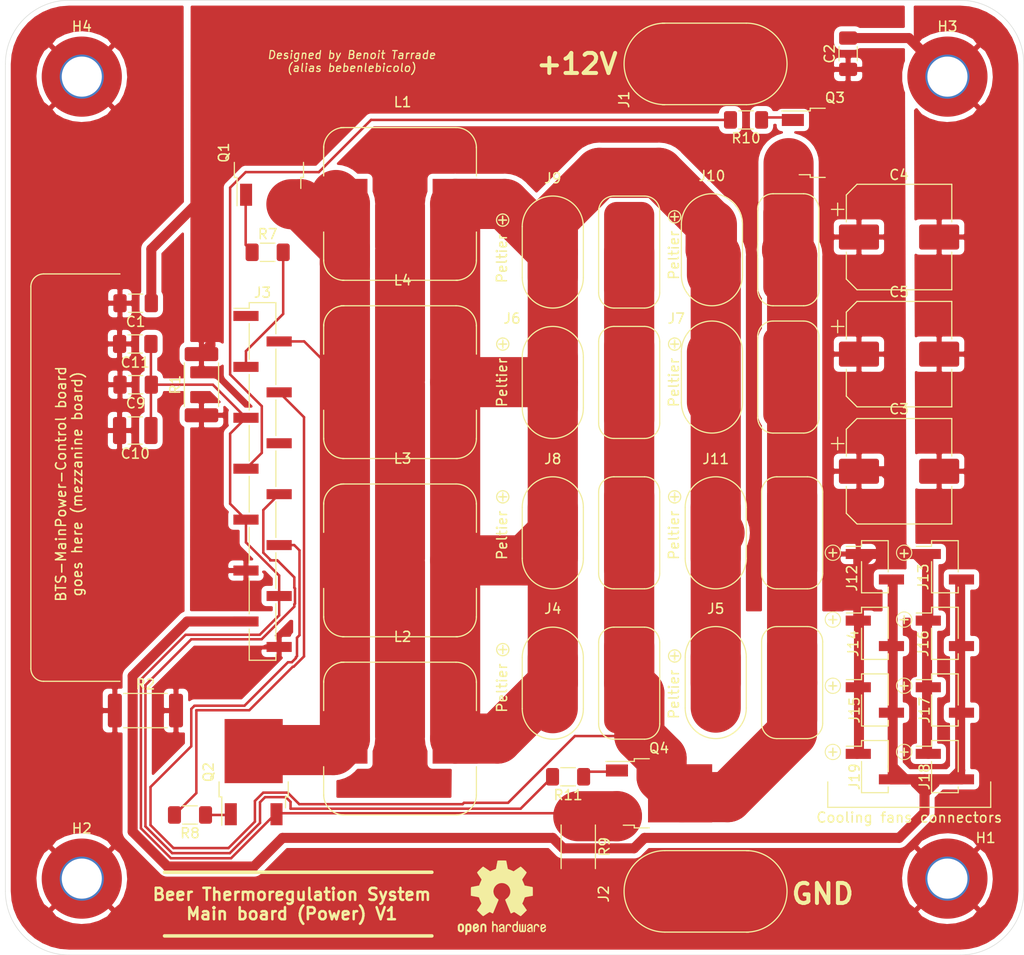
<source format=kicad_pcb>
(kicad_pcb (version 20211014) (generator pcbnew)
  (layers (0 "F.Cu" signal) (31 "B.Cu" signal) (35 "F.Paste" user) (37 "F.SilkS" user "F.Silkscreen") (38 "B.Mask" user) (39 "F.Mask" user) (44 "Edge.Cuts" user))
  (net 0 "")
  (net 1 "GND")
  (net 2 "+12V")
  (net 3 "/ALS")
  (net 4 "/PeltierLeft")
  (net 5 "/AHO")
  (net 6 "/ALO")
  (net 7 "/BHO")
  (net 8 "/BLO")
  (net 9 "/BHS")
  (net 10 "/AHS")
  (net 11 "Net-(Q1-Pad1)")
  (net 12 "Net-(Q2-Pad1)")
  (net 13 "Net-(Q3-Pad1)")
  (net 14 "Net-(Q4-Pad1)")
  (net 15 "/FanDrive")
  (footprint "Capacitor_SMD:C_1206_3216Metric_Pad1.33x1.80mm_HandSolder" (layer "F.Cu") (at 242.824 44.704 90)
    (fp_text reference "C2" (at 0 -1.85 90) (layer "F.SilkS"))
    (fp_text value "100nF")
    (pad "1" smd roundrect locked (at -1.5625 0 90) (size 1.325 1.8) (layers "F.Cu" "F.Paste" "F.Mask") (roundrect_rratio 0.1886769811) (net 2 "+12V"))
    (pad "2" smd roundrect locked (at 1.5625 0 90) (size 1.325 1.8) (layers "F.Cu" "F.Paste" "F.Mask") (roundrect_rratio 0.1886769811) (net 1 "GND"))
  )
  (footprint "BTS-MainBoard-Power:Power_Solder_Pad_7x15mm" (layer "F.Cu") (at 224.282 45.72 90)
    (fp_text reference "J1" (at -3.556 -3.81 90) (layer "F.SilkS"))
    (fp_text value "+12VIn")
    (pad "1" smd oval locked (at 0 4.318 90) (size 7 15) (layers "F.Cu" "F.Paste" "F.Mask") (net 2 "+12V"))
  )
  (footprint "BTS-MainBoard-Power:Power_Solder_Pad_5x10mm_02" (layer "F.Cu") (at 213.36 105.214)
    (fp_text reference "J4" (at 0 -5.138) (layer "F.SilkS"))
    (fp_text value "Conn_01x02")
    (pad "1" smd oval locked (at 0 2.286) (size 5 10) (layers "F.Cu" "F.Paste" "F.Mask") (net 4 "/PeltierLeft"))
    (pad "2" smd roundrect locked (at 7.62 2.286) (size 5 10) (layers "F.Cu" "F.Paste" "F.Mask") (net 9 "/BHS"))
  )
  (footprint "BTS-MainBoard-Power:Power_Solder_Pad_5x10mm_02" (layer "F.Cu") (at 229.616 105.156)
    (fp_text reference "J5" (at 0 -5.08) (layer "F.SilkS"))
    (fp_text value "Conn_01x02")
    (pad "1" smd oval locked (at 0 2.286) (size 5 10) (layers "F.Cu" "F.Paste" "F.Mask") (net 4 "/PeltierLeft"))
    (pad "2" smd roundrect locked (at 7.62 2.286) (size 5 10) (layers "F.Cu" "F.Paste" "F.Mask") (net 9 "/BHS"))
  )
  (footprint "BTS-MainBoard-Power:Power_Solder_Pad_5x10mm_02" (layer "F.Cu") (at 213.36 75.214)
    (fp_text reference "J6" (at -4.064 -4.094) (layer "F.SilkS"))
    (fp_text value "Conn_01x02")
    (pad "1" smd oval locked (at 0 2.286) (size 5 10) (layers "F.Cu" "F.Paste" "F.Mask") (net 4 "/PeltierLeft"))
    (pad "2" smd roundrect locked (at 7.62 2.286) (size 5 10) (layers "F.Cu" "F.Paste" "F.Mask") (net 9 "/BHS"))
  )
  (footprint "BTS-MainBoard-Power:Power_Solder_Pad_5x10mm_02" (layer "F.Cu") (at 229.235 74.676)
    (fp_text reference "J7" (at -3.556 -3.556) (layer "F.SilkS"))
    (fp_text value "Conn_01x02")
    (pad "1" smd oval locked (at 0 2.286) (size 5 10) (layers "F.Cu" "F.Paste" "F.Mask") (net 4 "/PeltierLeft"))
    (pad "2" smd roundrect locked (at 7.62 2.286) (size 5 10) (layers "F.Cu" "F.Paste" "F.Mask") (net 9 "/BHS"))
  )
  (footprint "BTS-MainBoard-Power:Power_Solder_Pad_5x10mm_02" (layer "F.Cu") (at 213.36 90.214)
    (fp_text reference "J8" (at 0 -5.08) (layer "F.SilkS"))
    (fp_text value "Conn_01x02")
    (pad "1" smd oval locked (at 0 2.286) (size 5 10) (layers "F.Cu" "F.Paste" "F.Mask") (net 4 "/PeltierLeft"))
    (pad "2" smd roundrect locked (at 7.62 2.286) (size 5 10) (layers "F.Cu" "F.Paste" "F.Mask") (net 9 "/BHS"))
  )
  (footprint "BTS-MainBoard-Power:Power_Solder_Pad_5x10mm_02" (layer "F.Cu") (at 213.36 62.204)
    (fp_text reference "J9" (at 0 -5.08) (layer "F.SilkS"))
    (fp_text value "Conn_01x02")
    (pad "1" smd oval locked (at 0 2.286) (size 5 10) (layers "F.Cu" "F.Paste" "F.Mask") (net 4 "/PeltierLeft"))
    (pad "2" smd roundrect locked (at 7.62 2.286) (size 5 10) (layers "F.Cu" "F.Paste" "F.Mask") (net 9 "/BHS"))
  )
  (footprint "BTS-MainBoard-Power:Power_Solder_Pad_5x10mm_02" (layer "F.Cu") (at 229.235 61.976)
    (fp_text reference "J10" (at 0 -5.08) (layer "F.SilkS"))
    (fp_text value "Conn_01x02")
    (pad "1" smd oval locked (at 0 2.286) (size 5 10) (layers "F.Cu" "F.Paste" "F.Mask") (net 4 "/PeltierLeft"))
    (pad "2" smd roundrect locked (at 7.62 2.286) (size 5 10) (layers "F.Cu" "F.Paste" "F.Mask") (net 9 "/BHS"))
  )
  (footprint "BTS-MainBoard-Power:Power_Solder_Pad_5x10mm_02" (layer "F.Cu") (at 229.616 90.214)
    (fp_text reference "J11" (at 0 -5.08) (layer "F.SilkS"))
    (fp_text value "Conn_01x02")
    (pad "1" smd oval locked (at 0 2.286) (size 5 10) (layers "F.Cu" "F.Paste" "F.Mask") (net 4 "/PeltierLeft"))
    (pad "2" smd roundrect locked (at 7.62 2.286) (size 5 10) (layers "F.Cu" "F.Paste" "F.Mask") (net 9 "/BHS"))
  )
  (footprint "BTS-MainBoard-Power:L_Bourns_SRP1270" (layer "F.Cu") (at 198.12 59.69)
    (fp_text reference "L1" (at 0.254 -10.16) (layer "F.SilkS"))
    (fp_text value "SRP1270-100M")
    (pad "1" smd rect locked (at -5.5 0) (size 4.5 5) (layers "F.Cu" "F.Paste" "F.Mask") (net 10 "/AHS"))
    (pad "2" smd rect locked (at 5.5 0) (size 4.5 5) (layers "F.Cu" "F.Paste" "F.Mask") (net 4 "/PeltierLeft"))
  )
  (footprint "BTS-MainBoard-Power:L_Bourns_SRP1270" (layer "F.Cu") (at 198.12 95.25)
    (fp_text reference "L3" (at 0.254 -10.16) (layer "F.SilkS"))
    (fp_text value "SRP1270-100M")
    (pad "1" smd rect locked (at -5.5 0) (size 4.5 5) (layers "F.Cu" "F.Paste" "F.Mask") (net 10 "/AHS"))
    (pad "2" smd rect locked (at 5.5 0) (size 4.5 5) (layers "F.Cu" "F.Paste" "F.Mask") (net 4 "/PeltierLeft"))
  )
  (footprint "BTS-MainBoard-Power:L_Bourns_SRP1270" (layer "F.Cu") (at 198.12 77.47)
    (fp_text reference "L4" (at 0.254 -10.16) (layer "F.SilkS"))
    (fp_text value "SRP1270-100M")
    (pad "1" smd rect locked (at -5.5 0) (size 4.5 5) (layers "F.Cu" "F.Paste" "F.Mask") (net 10 "/AHS"))
    (pad "2" smd rect locked (at 5.5 0) (size 4.5 5) (layers "F.Cu" "F.Paste" "F.Mask") (net 4 "/PeltierLeft"))
  )
  (footprint "Resistor_SMD:R_1206_3216Metric_Pad1.30x1.75mm_HandSolder" (layer "F.Cu") (at 177.165 120.65 180)
    (fp_text reference "R8" (at 0 -1.82) (layer "F.SilkS"))
    (fp_text value "3.3")
    (pad "1" smd roundrect locked (at -1.55 0 180) (size 1.3 1.75) (layers "F.Cu" "F.Paste" "F.Mask") (roundrect_rratio 0.1923069231) (net 12 "Net-(Q2-Pad1)"))
    (pad "2" smd roundrect locked (at 1.55 0 180) (size 1.3 1.75) (layers "F.Cu" "F.Paste" "F.Mask") (roundrect_rratio 0.1923069231) (net 6 "/ALO"))
  )
  (footprint "Resistor_SMD:R_2512_6332Metric_Pad1.40x3.35mm_HandSolder" (layer "F.Cu") (at 215.9 123.825 -90)
    (fp_text reference "R9" (at 0 -2.62 90) (layer "F.SilkS"))
    (fp_text value "0.01")
    (pad "1" smd roundrect locked (at -3.05 0 270) (size 1.4 3.35) (layers "F.Cu" "F.Paste" "F.Mask") (roundrect_rratio 0.1785707143) (net 3 "/ALS"))
    (pad "2" smd roundrect locked (at 3.05 0 270) (size 1.4 3.35) (layers "F.Cu" "F.Paste" "F.Mask") (roundrect_rratio 0.179) (net 1 "GND"))
  )
  (footprint "Resistor_SMD:R_2512_6332Metric_Pad1.40x3.35mm_HandSolder" (layer "F.Cu") (at 178.308 77.724 90)
    (fp_text reference "R1" (at 0 -2.62 90) (layer "F.SilkS"))
    (fp_text value "0")
    (pad "1" smd roundrect locked (at -3.05 0 90) (size 1.4 3.35) (layers "F.Cu" "F.Paste" "F.Mask") (roundrect_rratio 0.1785707143) (net 2 "+12V"))
    (pad "2" smd roundrect locked (at 3.05 0 90) (size 1.4 3.35) (layers "F.Cu" "F.Paste" "F.Mask") (roundrect_rratio 0.1785707143) (net 2 "+12V"))
  )
  (footprint "Resistor_SMD:R_1206_3216Metric_Pad1.30x1.75mm_HandSolder" (layer "F.Cu") (at 184.912 64.516)
    (fp_text reference "R7" (at 0 -1.82) (layer "F.SilkS"))
    (fp_text value "3.3")
    (pad "1" smd roundrect locked (at -1.55 0) (size 1.3 1.75) (layers "F.Cu" "F.Paste" "F.Mask") (roundrect_rratio 0.1923069231) (net 11 "Net-(Q1-Pad1)"))
    (pad "2" smd roundrect locked (at 1.55 0) (size 1.3 1.75) (layers "F.Cu" "F.Paste" "F.Mask") (roundrect_rratio 0.1923069231) (net 5 "/AHO"))
  )
  (footprint "Resistor_SMD:R_1206_3216Metric_Pad1.30x1.75mm_HandSolder" (layer "F.Cu") (at 214.884 116.84 180)
    (fp_text reference "R11" (at 0 -1.82) (layer "F.SilkS"))
    (fp_text value "3.3")
    (pad "1" smd roundrect locked (at -1.55 0 180) (size 1.3 1.75) (layers "F.Cu" "F.Paste" "F.Mask") (roundrect_rratio 0.1923069231) (net 14 "Net-(Q4-Pad1)"))
    (pad "2" smd roundrect locked (at 1.55 0 180) (size 1.3 1.75) (layers "F.Cu" "F.Paste" "F.Mask") (roundrect_rratio 0.1923069231) (net 8 "/BLO"))
  )
  (footprint "BTS-MainBoard-Power:Power_Solder_Pad_7x15mm" (layer "F.Cu") (at 232.918 128.27 -90)
    (fp_text reference "J2" (at 0.254 14.478 90) (layer "F.SilkS"))
    (fp_text value "GNDIn")
    (pad "1" smd oval locked (at 0 4.318 270) (size 7 15) (layers "F.Cu" "F.Paste" "F.Mask") (net 1 "GND"))
  )
  (footprint "Capacitor_SMD:CP_Elec_10x10" (layer "F.Cu") (at 247.904 86.36)
    (fp_text reference "C3" (at 0 -6.2) (layer "F.SilkS"))
    (fp_text value "470uF")
    (pad "1" smd roundrect locked (at -4 0) (size 4 2.5) (layers "F.Cu" "F.Paste" "F.Mask") (roundrect_rratio 0.1) (net 2 "+12V"))
    (pad "2" smd roundrect locked (at 4 0) (size 4 2.5) (layers "F.Cu" "F.Paste" "F.Mask") (roundrect_rratio 0.1) (net 1 "GND"))
  )
  (footprint "Capacitor_SMD:CP_Elec_10x10" (layer "F.Cu") (at 247.904 74.676)
    (fp_text reference "C5" (at 0 -6.2) (layer "F.SilkS"))
    (fp_text value "470uF")
    (pad "1" smd roundrect locked (at -4 0) (size 4 2.5) (layers "F.Cu" "F.Paste" "F.Mask") (roundrect_rratio 0.1) (net 2 "+12V"))
    (pad "2" smd roundrect locked (at 4 0) (size 4 2.5) (layers "F.Cu" "F.Paste" "F.Mask") (roundrect_rratio 0.1) (net 1 "GND"))
  )
  (footprint "Capacitor_SMD:CP_Elec_10x10" (layer "F.Cu") (at 247.904 62.992)
    (fp_text reference "C4" (at 0 -6.2) (layer "F.SilkS"))
    (fp_text value "470uF")
    (pad "1" smd roundrect locked (at -4 0) (size 4 2.5) (layers "F.Cu" "F.Paste" "F.Mask") (roundrect_rratio 0.1) (net 2 "+12V"))
    (pad "2" smd roundrect locked (at 4 0) (size 4 2.5) (layers "F.Cu" "F.Paste" "F.Mask") (roundrect_rratio 0.1) (net 1 "GND"))
  )
  (footprint "Resistor_SMD:R_1206_3216Metric_Pad1.30x1.75mm_HandSolder" (layer "F.Cu") (at 232.638 51.308 180)
    (fp_text reference "R10" (at 0 -1.82) (layer "F.SilkS"))
    (fp_text value "3.3")
    (pad "1" smd roundrect locked (at -1.55 0 180) (size 1.3 1.75) (layers "F.Cu" "F.Paste" "F.Mask") (roundrect_rratio 0.1923069231) (net 13 "Net-(Q3-Pad1)"))
    (pad "2" smd roundrect locked (at 1.55 0 180) (size 1.3 1.75) (layers "F.Cu" "F.Paste" "F.Mask") (roundrect_rratio 0.1923069231) (net 7 "/BHO"))
  )
  (footprint "Connector_PinHeader_2.54mm:PinHeader_1x14_P2.54mm_Vertical_SMD_Pin1Left" (layer "F.Cu") (at 184.404 87.376)
    (fp_text reference "J3" (at 0 -18.84) (layer "F.SilkS"))
    (fp_text value "Conn_01x14")
    (pad "1" smd rect locked (at -1.655 -16.51) (size 2.51 1) (layers "F.Cu" "F.Paste" "F.Mask"))
    (pad "2" smd rect locked (at 1.655 -13.97) (size 2.51 1) (layers "F.Cu" "F.Paste" "F.Mask") (net 10 "/AHS"))
    (pad "3" smd rect locked (at -1.655 -11.43) (size 2.51 1) (layers "F.Cu" "F.Paste" "F.Mask") (net 5 "/AHO"))
    (pad "4" smd rect locked (at 1.655 -8.89) (size 2.51 1) (layers "F.Cu" "F.Paste" "F.Mask") (net 6 "/ALO"))
    (pad "5" smd rect locked (at -1.655 -6.35) (size 2.51 1) (layers "F.Cu" "F.Paste" "F.Mask") (net 3 "/ALS"))
    (pad "6" smd rect locked (at 1.655 -3.81) (size 2.51 1) (layers "F.Cu" "F.Paste" "F.Mask"))
    (pad "7" smd rect locked (at -1.655 -1.27) (size 2.51 1) (layers "F.Cu" "F.Paste" "F.Mask") (net 7 "/BHO"))
    (pad "8" smd rect locked (at 1.655 1.27) (size 2.51 1) (layers "F.Cu" "F.Paste" "F.Mask") (net 8 "/BLO"))
    (pad "9" smd rect locked (at -1.655 3.81) (size 2.51 1) (layers "F.Cu" "F.Paste" "F.Mask") (net 3 "/ALS"))
    (pad "10" smd rect locked (at 1.655 6.35) (size 2.51 1) (layers "F.Cu" "F.Paste" "F.Mask") (net 9 "/BHS"))
    (pad "11" smd rect locked (at -1.655 8.89) (size 2.51 1) (layers "F.Cu" "F.Paste" "F.Mask") (net 2 "+12V"))
    (pad "12" smd rect locked (at 1.655 11.43) (size 2.51 1) (layers "F.Cu" "F.Paste" "F.Mask") (net 3 "/ALS"))
    (pad "13" smd rect locked (at -1.655 13.97) (size 2.51 1) (layers "F.Cu" "F.Paste" "F.Mask") (net 15 "/FanDrive"))
    (pad "14" smd rect locked (at 1.655 16.51) (size 2.51 1) (layers "F.Cu" "F.Paste" "F.Mask") (net 1 "GND"))
  )
  (footprint "MountingHole:MountingHole_4mm_Pad_TopOnly" (layer "F.Cu") (at 252.73 127)
    (fp_text reference "H1" (at 3.81 -4.064) (layer "F.SilkS"))
    (fp_text value "MountingHole_Pad")
    (pad "1" connect circle locked (at 0 0) (size 8 8) (layers "F.Cu" "F.Mask") (net 1 "GND"))
    (pad "1" thru_hole circle locked (at 0 0) (size 4.4 4.4) (drill 4) (layers *.Cu *.Mask) (net 1 "GND"))
  )
  (footprint "MountingHole:MountingHole_4mm_Pad_TopOnly" (layer "F.Cu") (at 166.37 127)
    (fp_text reference "H2" (at 0 -5) (layer "F.SilkS"))
    (fp_text value "MountingHole_Pad")
    (pad "1" thru_hole circle locked (at 0 0) (size 4.4 4.4) (drill 4) (layers *.Cu *.Mask) (net 1 "GND"))
    (pad "1" connect circle locked (at 0 0) (size 8 8) (layers "F.Cu" "F.Mask") (net 1 "GND"))
  )
  (footprint "MountingHole:MountingHole_4mm_Pad_TopOnly" (layer "F.Cu") (at 252.73 46.99)
    (fp_text reference "H3" (at 0 -5) (layer "F.SilkS"))
    (fp_text value "MountingHole_Pad")
    (pad "1" connect circle locked (at 0 0) (size 8 8) (layers "F.Cu" "F.Mask") (net 1 "GND"))
    (pad "1" thru_hole circle locked (at 0 0) (size 4.4 4.4) (drill 4) (layers *.Cu *.Mask) (net 1 "GND"))
  )
  (footprint "Capacitor_SMD:C_1206_3216Metric_Pad1.33x1.80mm_HandSolder" (layer "F.Cu") (at 171.7425 69.596 180)
    (fp_text reference "C1" (at 0 -1.85) (layer "F.SilkS"))
    (fp_text value "100nF")
    (pad "1" smd roundrect locked (at -1.5625 0 180) (size 1.325 1.8) (layers "F.Cu" "F.Paste" "F.Mask") (roundrect_rratio 0.1886769811) (net 2 "+12V"))
    (pad "2" smd roundrect locked (at 1.5625 0 180) (size 1.325 1.8) (layers "F.Cu" "F.Paste" "F.Mask") (roundrect_rratio 0.1886769811) (net 1 "GND"))
  )
  (footprint "Capacitor_SMD:C_1206_3216Metric_Pad1.33x1.80mm_HandSolder" (layer "F.Cu") (at 171.7425 77.724 180)
    (fp_text reference "C9" (at 0 -1.85) (layer "F.SilkS"))
    (fp_text value "1nF")
    (pad "1" smd roundrect locked (at -1.5625 0 180) (size 1.325 1.8) (layers "F.Cu" "F.Paste" "F.Mask") (roundrect_rratio 0.1886769811) (net 3 "/ALS"))
    (pad "2" smd roundrect locked (at 1.5625 0 180) (size 1.325 1.8) (layers "F.Cu" "F.Paste" "F.Mask") (roundrect_rratio 0.1886769811) (net 1 "GND"))
  )
  (footprint "Capacitor_SMD:C_1210_3225Metric_Pad1.33x2.70mm_HandSolder" (layer "F.Cu") (at 171.704 82.296 180)
    (fp_text reference "C10" (at 0 -2.3) (layer "F.SilkS"))
    (fp_text value "22nF")
    (pad "1" smd roundrect locked (at -1.5625 0 180) (size 1.325 2.7) (layers "F.Cu" "F.Paste" "F.Mask") (roundrect_rratio 0.1886769811) (net 3 "/ALS"))
    (pad "2" smd roundrect locked (at 1.5625 0 180) (size 1.325 2.7) (layers "F.Cu" "F.Paste" "F.Mask") (roundrect_rratio 0.1886769811) (net 1 "GND"))
  )
  (footprint "Capacitor_SMD:C_1206_3216Metric_Pad1.33x1.80mm_HandSolder" (layer "F.Cu") (at 171.704 73.66 180)
    (fp_text reference "C11" (at 0 -1.85) (layer "F.SilkS"))
    (fp_text value "1nF")
    (pad "1" smd roundrect locked (at -1.5625 0 180) (size 1.325 1.8) (layers "F.Cu" "F.Paste" "F.Mask") (roundrect_rratio 0.1886769811) (net 3 "/ALS"))
    (pad "2" smd roundrect locked (at 1.5625 0 180) (size 1.325 1.8) (layers "F.Cu" "F.Paste" "F.Mask") (roundrect_rratio 0.1886769811) (net 1 "GND"))
  )
  (footprint "MountingHole:MountingHole_4mm_Pad_TopOnly" (layer "F.Cu") (at 166.37 46.99)
    (fp_text reference "H4" (at 0 -5) (layer "F.SilkS"))
    (fp_text value "MountingHole_Pad")
    (pad "1" connect circle locked (at 0 0) (size 8 8) (layers "F.Cu" "F.Mask") (net 1 "GND"))
    (pad "1" thru_hole circle locked (at 0 0) (size 4.4 4.4) (drill 4) (layers *.Cu *.Mask) (net 1 "GND"))
  )
  (footprint "Resistor_SMD:R_2512_6332Metric_Pad1.40x3.35mm_HandSolder" (layer "F.Cu") (at 172.72 110.236)
    (fp_text reference "R2" (at 0 -2.62) (layer "F.SilkS"))
    (fp_text value "0")
    (pad "1" smd roundrect locked (at -3.05 0) (size 1.4 3.35) (layers "F.Cu" "F.Paste" "F.Mask") (roundrect_rratio 0.1785707143) (net 1 "GND"))
    (pad "2" smd roundrect locked (at 3.05 0) (size 1.4 3.35) (layers "F.Cu" "F.Paste" "F.Mask") (roundrect_rratio 0.1785707143) (net 1 "GND"))
  )
  (footprint "Connector_PinHeader_2.54mm:PinHeader_1x02_P2.54mm_Vertical_SMD_Pin1Left" (layer "F.Cu") (at 245.491 95.885)
    (fp_text reference "J12" (at -2.286 1.143 90) (layer "F.SilkS"))
    (fp_text value "Conn_01x02")
    (pad "1" smd rect locked (at -1.655 -1.27) (size 2.51 1) (layers "F.Cu" "F.Paste" "F.Mask") (net 2 "+12V"))
    (pad "2" smd rect locked (at 1.655 1.27) (size 2.51 1) (layers "F.Cu" "F.Paste" "F.Mask") (net 15 "/FanDrive"))
  )
  (footprint "Connector_PinHeader_2.54mm:PinHeader_1x02_P2.54mm_Vertical_SMD_Pin1Left" (layer "F.Cu") (at 245.491 102.531333)
    (fp_text reference "J14" (at -2.159 1.016 90) (layer "F.SilkS"))
    (fp_text value "Conn_01x02")
    (pad "1" smd rect locked (at -1.655 -1.27) (size 2.51 1) (layers "F.Cu" "F.Paste" "F.Mask") (net 2 "+12V"))
    (pad "2" smd rect locked (at 1.655 1.27) (size 2.51 1) (layers "F.Cu" "F.Paste" "F.Mask") (net 15 "/FanDrive"))
  )
  (footprint "Connector_PinHeader_2.54mm:PinHeader_1x02_P2.54mm_Vertical_SMD_Pin1Left" (layer "F.Cu") (at 245.491 109.177666)
    (fp_text reference "J15" (at -2.032 1.016 90) (layer "F.SilkS"))
    (fp_text value "Conn_01x02")
    (pad "1" smd rect locked (at -1.655 -1.27) (size 2.51 1) (layers "F.Cu" "F.Paste" "F.Mask") (net 2 "+12V"))
    (pad "2" smd rect locked (at 1.655 1.27) (size 2.51 1) (layers "F.Cu" "F.Paste" "F.Mask") (net 15 "/FanDrive"))
  )
  (footprint "Connector_PinHeader_2.54mm:PinHeader_1x02_P2.54mm_Vertical_SMD_Pin1Left" (layer "F.Cu") (at 252.476 102.531333)
    (fp_text reference "J16" (at -2.159 1.016 90) (layer "F.SilkS"))
    (fp_text value "Conn_01x02")
    (pad "1" smd rect locked (at -1.655 -1.27) (size 2.51 1) (layers "F.Cu" "F.Paste" "F.Mask") (net 2 "+12V"))
    (pad "2" smd rect locked (at 1.655 1.27) (size 2.51 1) (layers "F.Cu" "F.Paste" "F.Mask") (net 15 "/FanDrive"))
  )
  (footprint "Connector_PinHeader_2.54mm:PinHeader_1x02_P2.54mm_Vertical_SMD_Pin1Left" (layer "F.Cu") (at 252.476 109.177666)
    (fp_text reference "J17" (at -2.032 1.016 90) (layer "F.SilkS"))
    (fp_text value "Conn_01x02")
    (pad "1" smd rect locked (at -1.655 -1.27) (size 2.51 1) (layers "F.Cu" "F.Paste" "F.Mask") (net 2 "+12V"))
    (pad "2" smd rect locked (at 1.655 1.27) (size 2.51 1) (layers "F.Cu" "F.Paste" "F.Mask") (net 15 "/FanDrive"))
  )
  (footprint "Connector_PinHeader_2.54mm:PinHeader_1x02_P2.54mm_Vertical_SMD_Pin1Left" (layer "F.Cu") (at 252.476 115.824)
    (fp_text reference "J18" (at -2.032 1.016 90) (layer "F.SilkS"))
    (fp_text value "Conn_01x02")
    (pad "1" smd rect locked (at -1.655 -1.27) (size 2.51 1) (layers "F.Cu" "F.Paste" "F.Mask") (net 2 "+12V"))
    (pad "2" smd rect locked (at 1.655 1.27) (size 2.51 1) (layers "F.Cu" "F.Paste" "F.Mask") (net 15 "/FanDrive"))
  )
  (footprint "Connector_PinHeader_2.54mm:PinHeader_1x02_P2.54mm_Vertical_SMD_Pin1Left" (layer "F.Cu") (at 245.491 115.824)
    (fp_text reference "J19" (at -2.032 1.016 90) (layer "F.SilkS"))
    (fp_text value "Conn_01x02")
    (pad "1" smd rect locked (at -1.655 -1.27) (size 2.51 1) (layers "F.Cu" "F.Paste" "F.Mask") (net 2 "+12V"))
    (pad "2" smd rect locked (at 1.655 1.27) (size 2.51 1) (layers "F.Cu" "F.Paste" "F.Mask") (net 15 "/FanDrive"))
  )
  (footprint "Connector_PinHeader_2.54mm:PinHeader_1x02_P2.54mm_Vertical_SMD_Pin1Left" (layer "F.Cu") (at 252.476 95.885)
    (fp_text reference "J13" (at -2.159 1.016 90) (layer "F.SilkS"))
    (fp_text value "Conn_01x02")
    (pad "1" smd rect locked (at -1.655 -1.27) (size 2.51 1) (layers "F.Cu" "F.Paste" "F.Mask") (net 2 "+12V"))
    (pad "2" smd rect locked (at 1.655 1.27) (size 2.51 1) (layers "F.Cu" "F.Paste" "F.Mask") (net 15 "/FanDrive"))
  )
  (footprint "Package_TO_SOT_SMD:TO-252-2" (layer "F.Cu") (at 185.04 54.575 90)
    (fp_text reference "Q1" (at 0 -4.5 90) (layer "F.SilkS"))
    (fp_text value "STD80N6F6")
    (pad "1" smd rect locked (at -4.2 -2.28 90) (size 2.2 1.2) (layers "F.Cu" "F.Paste" "F.Mask") (net 11 "Net-(Q1-Pad1)"))
    (pad "2" smd rect locked (at 2.1 0 90) (size 6.4 5.8) (layers "F.Cu" "F.Mask") (net 2 "+12V"))
    (pad "3" smd rect locked (at -4.2 2.28 90) (size 2.2 1.2) (layers "F.Cu" "F.Paste" "F.Mask") (net 10 "/AHS"))
  )
  (footprint "Package_TO_SOT_SMD:TO-252-2" (layer "F.Cu") (at 183.516 116.376 90)
    (fp_text reference "Q2" (at 0 -4.5 90) (layer "F.SilkS"))
    (fp_text value "STD80N6F6")
    (pad "1" smd rect locked (at -4.2 -2.28 90) (size 2.2 1.2) (layers "F.Cu" "F.Paste" "F.Mask") (net 12 "Net-(Q2-Pad1)"))
    (pad "2" smd rect locked (at 2.1 0 90) (size 6.4 5.8) (layers "F.Cu" "F.Mask") (net 10 "/AHS"))
    (pad "3" smd rect locked (at -4.2 2.28 90) (size 2.2 1.2) (layers "F.Cu" "F.Paste" "F.Mask") (net 3 "/ALS"))
  )
  (footprint "Package_TO_SOT_SMD:TO-252-2" (layer "F.Cu") (at 241.51 53.595)
    (fp_text reference "Q3" (at 0 -4.5) (layer "F.SilkS"))
    (fp_text value "STD80N6F6")
    (pad "1" smd rect locked (at -4.2 -2.28) (size 2.2 1.2) (layers "F.Cu" "F.Paste" "F.Mask") (net 13 "Net-(Q3-Pad1)"))
    (pad "2" smd rect locked (at 2.1 0) (size 6.4 5.8) (layers "F.Cu" "F.Mask") (net 2 "+12V"))
    (pad "3" smd rect locked (at -4.2 2.28) (size 2.2 1.2) (layers "F.Cu" "F.Paste" "F.Mask") (net 9 "/BHS"))
  )
  (footprint "Package_TO_SOT_SMD:TO-252-2" (layer "F.Cu") (at 223.96 118.49)
    (fp_text reference "Q4" (at 0 -4.5) (layer "F.SilkS"))
    (fp_text value "STD80N6F6")
    (pad "1" smd rect locked (at -4.2 -2.28) (size 2.2 1.2) (layers "F.Cu" "F.Paste" "F.Mask") (net 14 "Net-(Q4-Pad1)"))
    (pad "2" smd rect locked (at 2.1 0) (size 6.4 5.8) (layers "F.Cu" "F.Mask") (net 9 "/BHS"))
    (pad "3" smd rect locked (at -4.2 2.28) (size 2.2 1.2) (layers "F.Cu" "F.Paste" "F.Mask") (net 3 "/ALS"))
  )
  (footprint "BTS-MainBoard-Power:L_Bourns_SRP1270" (layer "F.Cu") (at 198.12 113.03)
    (fp_text reference "L2" (at 0.254 -10.16) (layer "F.SilkS"))
    (fp_text value "SRP1270-100M")
    (pad "1" smd rect locked (at -5.5 0) (size 4.5 5) (layers "F.Cu" "F.Paste" "F.Mask") (net 10 "/AHS"))
    (pad "2" smd rect locked (at 5.5 0) (size 4.5 5) (layers "F.Cu" "F.Paste" "F.Mask") (net 4 "/PeltierLeft"))
  )
  (footprint "Symbol:OSHW-Logo2_9.8x8mm_SilkScreen" (layer "F.Cu") (at 208.28 128.905)
    (fp_text reference "REF**" hide)
    (fp_text value "OSHW-Logo2_9.8x8mm_SilkScreen" hide)
  )
  (gr_circle (center 248.412 114.3635) (end 249.174 114.3635) (layer "F.SilkS") (width 0.1) (fill none))
  (gr_line (start 240.792 119.888) (end 240.792 117.348) (layer "F.SilkS") (width 0.12))
  (gr_circle (center 225.5139 73.6727) (end 225.933 74.1172) (layer "F.SilkS") (width 0.12) (fill none))
  (gr_circle (center 225.5139 60.9727) (end 225.933 61.4172) (layer "F.SilkS") (width 0.12) (fill none))
  (gr_line (start 161.29 106.045) (end 161.29 67.945) (layer "F.SilkS") (width 0.12))
  (gr_arc (start 161.29 67.945) (mid 161.661974 67.046974) (end 162.56 66.675) (layer "F.SilkS") (width 0.12))
  (gr_line (start 174.625 126.365) (end 201.295 126.365) (layer "F.SilkS") (width 0.35))
  (gr_circle (center 208.3689 73.6727) (end 208.788 74.1172) (layer "F.SilkS") (width 0.12) (fill none))
  (gr_circle (center 208.3562 61.3029) (end 208.7753 61.7474) (layer "F.SilkS") (width 0.12) (fill none))
  (gr_circle (center 248.412 101.1555) (end 249.174 101.1555) (layer "F.SilkS") (width 0.1) (fill none))
  (gr_circle (center 248.412 94.488) (end 249.174 94.488) (layer "F.SilkS") (width 0.1) (fill none))
  (gr_circle (center 241.3 94.488) (end 242.062 94.488) (layer "F.SilkS") (width 0.1) (fill none))
  (gr_circle (center 241.3 101.1555) (end 242.062 101.1555) (layer "F.SilkS") (width 0.1) (fill none))
  (gr_line (start 257.048 117.348) (end 257.048 119.888) (layer "F.SilkS") (width 0.12))
  (gr_line (start 174.625 132.715) (end 201.295 132.715) (layer "F.SilkS") (width 0.35))
  (gr_line (start 257.048 119.888) (end 240.792 119.888) (layer "F.SilkS") (width 0.12))
  (gr_circle (center 248.412 107.7595) (end 249.174 107.7595) (layer "F.SilkS") (width 0.1) (fill none))
  (gr_circle (center 225.5139 104.7877) (end 225.933 105.2322) (layer "F.SilkS") (width 0.12) (fill none))
  (gr_circle (center 241.3 114.3635) (end 242.062 114.3635) (layer "F.SilkS") (width 0.1) (fill none))
  (gr_circle (center 241.3 107.7595) (end 242.062 107.7595) (layer "F.SilkS") (width 0.1) (fill none))
  (gr_line (start 162.56 66.675) (end 170.18 66.675) (layer "F.SilkS") (width 0.12))
  (gr_line (start 162.56 107.315) (end 170.18 107.315) (layer "F.SilkS") (width 0.12))
  (gr_circle (center 208.3689 88.9127) (end 208.788 89.3572) (layer "F.SilkS") (width 0.12) (fill none))
  (gr_circle (center 208.3689 104.1527) (end 208.788 104.5972) (layer "F.SilkS") (width 0.12) (fill none))
  (gr_circle (center 225.5139 88.9127) (end 225.933 89.3572) (layer "F.SilkS") (width 0.12) (fill none))
  (gr_arc (start 162.56 107.315) (mid 161.661974 106.943026) (end 161.29 106.045) (layer "F.SilkS") (width 0.12))
  (gr_arc (start 158.75 45.72) (mid 160.609872 41.229872) (end 165.1 39.37) (layer "Edge.Cuts") (width 0.05))
  (gr_line (start 158.75 45.72) (end 158.75 128.27) (layer "Edge.Cuts") (width 0.05))
  (gr_line (start 165.1 134.62) (end 254 134.62) (layer "Edge.Cuts") (width 0.05))
  (gr_line (start 260.35 128.27) (end 260.35 45.72) (layer "Edge.Cuts") (width 0.05))
  (gr_arc (start 254 39.37) (mid 258.490128 41.229872) (end 260.35 45.72) (layer "Edge.Cuts") (width 0.05))
  (gr_arc (start 260.35 128.27) (mid 258.490128 132.760128) (end 254 134.62) (layer "Edge.Cuts") (width 0.05))
  (gr_line (start 165.1 39.37) (end 254 39.37) (layer "Edge.Cuts") (width 0.05))
  (gr_arc (start 165.1 134.62) (mid 160.609872 132.760128) (end 158.75 128.27) (layer "Edge.Cuts") (width 0.05))
  (gr_text "+" (at 241.3 94.4245) (layer "F.SilkS") (effects (font (size 1 1))))
  (gr_text "+" (at 248.412 94.488) (layer "F.SilkS") (effects (font (size 1 1))))
  (gr_text "+12V " (at 216.535 45.72) (layer "F.SilkS") (effects (font (size 2 2) (thickness 0.4))))
  (gr_text "+" (at 241.3 114.3) (layer "F.SilkS") (effects (font (size 1 1))))
  (gr_text "Peltier +" (at 225.4377 76.5048 90) (layer "F.SilkS") (effects (font (size 1 1))))
  (gr_text "Peltier +" (at 225.4377 63.8048 90) (layer "F.SilkS") (effects (font (size 1 1))))
  (gr_text "Peltier +" (at 225.4377 91.7448 90) (layer "F.SilkS") (effects (font (size 1 1))))
  (gr_text "Peltier +" (at 208.2927 106.9848 90) (layer "F.SilkS") (effects (font (size 1 1))))
  (gr_text "Designed by Benoit Tarrade\n(alias bebenlebicolo)" (at 193.294 45.466) (layer "F.SilkS") (effects (font (size 0.8 0.8) (thickness 0.12) italic)))
  (gr_text "+" (at 241.3 107.696) (layer "F.SilkS") (effects (font (size 1 1))))
  (gr_text "Beer Thermoregulation System\nMain board (Power) V1" (at 187.325 129.54) (layer "F.SilkS") (effects (font (size 1.2 1.2) (thickness 0.25))))
  (gr_text "Peltier +" (at 208.2927 91.7448 90) (layer "F.SilkS") (effects (font (size 1 1))))
  (gr_text "Peltier +" (at 208.28 64.135 90) (layer "F.SilkS") (effects (font (size 1 1))))
  (gr_text "+" (at 248.412 101.092) (layer "F.SilkS") (effects (font (size 1 1))))
  (gr_text "Cooling fans connectors" (at 248.92 120.904) (layer "F.SilkS") (effects (font (size 1 1))))
  (gr_text "+" (at 248.412 107.696) (layer "F.SilkS") (effects (font (size 1 1))))
  (gr_text "GND" (at 240.284 128.524) (layer "F.SilkS") (effects (font (size 2 2) (thickness 0.4))))
  (gr_text "Peltier +" (at 208.2927 76.5048 90) (layer "F.SilkS") (effects (font (size 1 1))))
  (gr_text "+" (at 248.412 114.3) (layer "F.SilkS") (effects (font (size 1 1))))
  (gr_text "BTS-MainPower-Control board\ngoes here (mezzanine board)" (at 165.1 87.63 90) (layer "F.SilkS") (effects (font (size 1 1))))
  (gr_text "Peltier +" (at 225.4377 107.6198 90) (layer "F.SilkS") (effects (font (size 1 1))))
  (gr_text "+" (at 241.3 101.092) (layer "F.SilkS") (effects (font (size 1 1))))
  (segment (start 242.824 43.1415) (end 248.8815 43.1415) (width 1) (layer "F.Cu") (net 1))
  (segment (start 248.8815 43.1415) (end 252.73 46.99) (width 1) (layer "F.Cu") (net 1))
  (segment (start 247.65 93.345) (end 248.92 94.615) (width 1) (layer "F.Cu") (net 2))
  (segment (start 249.555 94.615) (end 250.821 94.615) (width 1) (layer "F.Cu") (net 2))
  (segment (start 247.65 93.345) (end 247.65 94.615) (width 1) (layer "F.Cu") (net 2))
  (segment (start 173.305 64.195) (end 179.202 58.298) (width 1) (layer "F.Cu") (net 2))
  (segment (start 173.305 69.596) (end 173.305 64.195) (width 1) (layer "F.Cu") (net 2))
  (segment (start 246.38 86.36) (end 247.65 87.63) (width 1) (layer "F.Cu") (net 2))
  (segment (start 191.78 45.72) (end 228.6 45.72) (width 5) (layer "F.Cu") (net 2))
  (segment (start 247.65 93.345) (end 246.38 94.615) (width 1) (layer "F.Cu") (net 2))
  (segment (start 247.65 94.615) (end 248.92 94.615) (width 1) (layer "F.Cu") (net 2))
  (segment (start 246.38 94.615) (end 247.65 94.615) (width 1) (layer "F.Cu") (net 2))
  (segment (start 179.202 73.78) (end 178.308 74.674) (width 1) (layer "F.Cu") (net 2))
  (segment (start 245.11 94.615) (end 243.904 95.821) (width 1) (layer "F.Cu") (net 2))
  (segment (start 250.821 94.615) (end 250.821 101.261333) (width 1) (layer "F.Cu") (net 2))
  (segment (start 185 52.5) (end 191.78 45.72) (width 5) (layer "F.Cu") (net 2))
  (segment (start 250.699 114.427) (end 250.826 114.554) (width 1) (layer "F.Cu") (net 2))
  (segment (start 243.968 94.615) (end 245.11 94.615) (width 1) (layer "F.Cu") (net 2))
  (segment (start 179.202 58.298) (end 185 52.5) (width 1) (layer "F.Cu") (net 2))
  (segment (start 243.904 114.364) (end 243.714 114.554) (width 1) (layer "F.Cu") (net 2))
  (segment (start 245.11 94.615) (end 246.38 94.615) (width 1) (layer "F.Cu") (net 2))
  (segment (start 243.836 94.615) (end 243.836 101.261333) (width 1) (layer "F.Cu") (net 2))
  (segment (start 248.92 94.615) (end 249.555 94.615) (width 1) (layer "F.Cu") (net 2))
  (segment (start 243.904 95.821) (end 243.904 114.364) (width 1) (layer "F.Cu") (net 2))
  (segment (start 179.202 58.298) (end 179.202 73.78) (width 1) (layer "F.Cu") (net 2))
  (segment (start 243.904 86.36) (end 246.38 86.36) (width 1) (layer "F.Cu") (net 2))
  (segment (start 249.555 94.615) (end 250.699 95.759) (width 1) (layer "F.Cu") (net 2))
  (segment (start 247.65 87.63) (end 247.65 93.345) (width 1) (layer "F.Cu") (net 2))
  (segment (start 250.699 95.759) (end 250.699 114.427) (width 1) (layer "F.Cu") (net 2))
  (segment (start 186.059 98.806) (end 186.059 96.765002) (width 0.25) (layer "F.Cu") (net 3))
  (segment (start 172.269989 107.130011) (end 172.269989 121.977989) (width 0.25) (layer "F.Cu") (net 3))
  (segment (start 186.059 96.765002) (end 182.749 93.455002) (width 0.25) (layer "F.Cu") (net 3))
  (segment (start 186.059 98.806) (end 186.059 100.736002) (width 0.25) (layer "F.Cu") (net 3))
  (segment (start 181.168999 89.605999) (end 182.749 91.186) (width 0.25) (layer "F.Cu") (net 3))
  (segment (start 182.749 93.455002) (end 182.749 91.186) (width 0.25) (layer "F.Cu") (net 3))
  (segment (start 184.121013 102.673989) (end 176.726011 102.673989) (width 0.25) (layer "F.Cu") (net 3))
  (segment (start 172.269989 121.977989) (end 175.26 124.968) (width 0.25) (layer "F.Cu") (net 3))
  (segment (start 215.9 120.775) (end 219.755 120.775) (width 5) (layer "F.Cu") (net 3))
  (segment (start 182.749 81.026) (end 181.168999 82.606001) (width 0.25) (layer "F.Cu") (net 3))
  (segment (start 185.755 120.475) (end 215.6 120.475) (width 0.25) (layer "F.Cu") (net 3))
  (segment (start 186.059 100.736002) (end 184.121013 102.673989) (width 0.25) (layer "F.Cu") (net 3))
  (segment (start 181.168999 82.606001) (end 181.168999 89.605999) (width 0.25) (layer "F.Cu") (net 3))
  (segment (start 175.26 124.968) (end 181.262 124.968) (width 0.25) (layer "F.Cu") (net 3))
  (segment (start 173.305 77.724) (end 179.447 77.724) (width 0.25) (layer "F.Cu") (net 3))
  (segment (start 215.6 120.475) (end 215.9 120.775) (width 0.25) (layer "F.Cu") (net 3))
  (segment (start 173.2665 73.66) (end 173.2665 82.296) (width 0.25) (layer "F.Cu") (net 3))
  (segment (start 181.262 124.968) (end 185.755 120.475) (width 0.25) (layer "F.Cu") (net 3))
  (segment (start 176.726011 102.673989) (end 172.269989 107.130011) (width 0.25) (layer "F.Cu") (net 3))
  (segment (start 179.447 77.724) (end 182.749 81.026) (width 0.25) (layer "F.Cu") (net 3))
  (segment (start 219.755 120.775) (end 219.76 120.77) (width 5) (layer "F.Cu") (net 3))
  (segment (start 229.616 107.442) (end 229.616 64.77) (width 5) (layer "F.Cu") (net 4))
  (segment (start 203.62 95.25) (end 210.61 95.25) (width 5) (layer "F.Cu") (net 4))
  (segment (start 229.88 92.38) (end 230 92.5) (width 5) (layer "F.Cu") (net 4))
  (segment (start 213.36 61.241) (end 213.36 64.49) (width 5) (layer "F.Cu") (net 4))
  (segment (start 229.616 64.77) (end 229.108 64.262) (width 5) (layer "F.Cu") (net 4))
  (segment (start 210.61 95.25) (end 213.36 92.5) (width 5) (layer "F.Cu") (net 4))
  (segment (start 203.62 59.69) (end 203.62 113.03) (width 5) (layer "F.Cu") (net 4))
  (segment (start 229.108 64.262) (end 229.108 61.749) (width 5) (layer "F.Cu") (net 4))
  (segment (start 229.108 61.749) (end 223.94899 56.58999) (width 5) (layer "F.Cu") (net 4))
  (segment (start 203.62 59.69) (end 208.56 59.69) (width 5) (layer "F.Cu") (net 4))
  (segment (start 208.56 59.69) (end 213.36 64.49) (width 5) (layer "F.Cu") (net 4))
  (segment (start 203.62 77.47) (end 213.33 77.47) (width 5) (layer "F.Cu") (net 4))
  (segment (start 223.94899 56.58999) (end 218.01101 56.58999) (width 5) (layer "F.Cu") (net 4))
  (segment (start 218.01101 56.58999) (end 213.36 61.241) (width 5) (layer "F.Cu") (net 4))
  (segment (start 213.36 64.49) (end 213.36 107.5) (width 5) (layer "F.Cu") (net 4))
  (segment (start 213.33 77.47) (end 213.36 77.5) (width 5) (layer "F.Cu") (net 4))
  (segment (start 203.62 113.03) (end 207.83 113.03) (width 5) (layer "F.Cu") (net 4))
  (segment (start 207.83 113.03) (end 213.36 107.5) (width 5) (layer "F.Cu") (net 4))
  (segment (start 182.749 74.375998) (end 186.462 70.662998) (width 0.25) (layer "F.Cu") (net 5))
  (segment (start 182.749 75.946) (end 182.749 74.375998) (width 0.25) (layer "F.Cu") (net 5))
  (segment (start 186.462 70.662998) (end 186.462 64.516) (width 0.25) (layer "F.Cu") (net 5))
  (segment (start 188.539023 80.966023) (end 188.539023 104.832388) (width 0.25) (layer "F.Cu") (net 6))
  (segment (start 187.421402 105.860011) (end 183.081425 110.199988) (width 0.25) (layer "F.Cu") (net 6))
  (segment (start 188.539023 104.832388) (end 187.5114 105.860011) (width 0.25) (layer "F.Cu") (net 6))
  (segment (start 186.059 78.486) (end 188.539023 80.966023) (width 0.25) (layer "F.Cu") (net 6))
  (segment (start 183.081425 110.199988) (end 177.8 110.199988) (width 0.25) (layer "F.Cu") (net 6))
  (segment (start 187.5114 105.860011) (end 187.421402 105.860011) (width 0.25) (layer "F.Cu") (net 6))
  (segment (start 177.8 118.465) (end 175.615 120.65) (width 0.25) (layer "F.Cu") (net 6))
  (segment (start 177.8 110.199988) (end 177.8 118.465) (width 0.25) (layer "F.Cu") (net 6))
  (segment (start 184.329001 84.525999) (end 184.329001 79.866003) (width 0.25) (layer "F.Cu") (net 7))
  (segment (start 182.719998 56.515) (end 190.019834 56.515) (width 0.25) (layer "F.Cu") (net 7))
  (segment (start 181.168999 58.065999) (end 182.719998 56.515) (width 0.25) (layer "F.Cu") (net 7))
  (segment (start 182.749 86.106) (end 184.329001 84.525999) (width 0.25) (layer "F.Cu") (net 7))
  (segment (start 195.226834 51.308) (end 231.088 51.308) (width 0.25) (layer "F.Cu") (net 7))
  (segment (start 184.329001 79.866003) (end 181.168999 76.706001) (width 0.25) (layer "F.Cu") (net 7))
  (segment (start 190.019834 56.515) (end 195.226834 51.308) (width 0.25) (layer "F.Cu") (net 7))
  (segment (start 181.168999 76.706001) (end 181.168999 58.065999) (width 0.25) (layer "F.Cu") (net 7))
  (segment (start 187.639001 98.045999) (end 187.639001 99.566001) (width 0.25) (layer "F.Cu") (net 8))
  (segment (start 187.639001 99.566001) (end 187.574001 99.631001) (width 0.25) (layer "F.Cu") (net 8))
  (segment (start 185.180409 95.25) (end 185.180409 95.187411) (width 0.25) (layer "F.Cu") (net 8))
  (segment (start 184.15 119.38) (end 184.658 118.872) (width 0.25) (layer "F.Cu") (net 8))
  (segment (start 184.658 118.872) (end 186.724001 118.872) (width 0.25) (layer "F.Cu") (net 8))
  (segment (start 185.180409 95.187411) (end 184.478999 94.486001) (width 0.25) (layer "F.Cu") (net 8))
  (segment (start 184.15 121.44359) (end 184.15 119.38) (width 0.25) (layer "F.Cu") (net 8))
  (segment (start 186.724001 118.872) (end 187.198 119.345999) (width 0.25) (layer "F.Cu") (net 8))
  (segment (start 187.574001 99.631001) (end 187.574001 99.857412) (width 0.25) (layer "F.Cu") (net 8))
  (segment (start 172.72 107.696) (end 172.72 121.79159) (width 0.25) (layer "F.Cu") (net 8))
  (segment (start 187.198 119.345999) (end 187.198 120.02499) (width 0.25) (layer "F.Cu") (net 8))
  (segment (start 175.38841 124.46) (end 181.13359 124.46) (width 0.25) (layer "F.Cu") (net 8))
  (segment (start 186.030704 95.401296) (end 185.928 95.298592) (width 0.25) (layer "F.Cu") (net 8))
  (segment (start 186.030704 95.401296) (end 187.574001 96.944593) (width 0.25) (layer "F.Cu") (net 8))
  (segment (start 172.72 121.79159) (end 175.38841 124.46) (width 0.25) (layer "F.Cu") (net 8))
  (segment (start 184.307413 103.124) (end 177.292 103.124) (width 0.25) (layer "F.Cu") (net 8))
  (segment (start 181.13359 124.46) (end 184.15 121.44359) (width 0.25) (layer "F.Cu") (net 8))
  (segment (start 186.030704 95.401296) (end 185.879408 95.25) (width 0.25) (layer "F.Cu") (net 8))
  (segment (start 210.14901 120.02499) (end 213.334 116.84) (width 0.25) (layer "F.Cu") (net 8))
  (segment (start 187.198 120.02499) (end 210.14901 120.02499) (width 0.25) (layer "F.Cu") (net 8))
  (segment (start 184.478999 90.226001) (end 186.059 88.646) (width 0.25) (layer "F.Cu") (net 8))
  (segment (start 187.574001 96.944593) (end 187.574001 97.980999) (width 0.25) (layer "F.Cu") (net 8))
  (segment (start 177.292 103.124) (end 172.72 107.696) (width 0.25) (layer "F.Cu") (net 8))
  (segment (start 185.879408 95.25) (end 185.180409 95.25) (width 0.25) (layer "F.Cu") (net 8))
  (segment (start 187.574001 97.980999) (end 187.639001 98.045999) (width 0.25) (layer "F.Cu") (net 8))
  (segment (start 187.574001 99.857412) (end 184.307413 103.124) (width 0.25) (layer "F.Cu") (net 8))
  (segment (start 184.478999 94.486001) (end 184.478999 90.226001) (width 0.25) (layer "F.Cu") (net 8))
  (segment (start 230.807 118.871) (end 237.236 112.442) (width 5) (layer "F.Cu") (net 9))
  (segment (start 183.642 121.31518) (end 181.00518 123.952) (width 0.25) (layer "F.Cu") (net 9))
  (segment (start 187.734001 104.911001) (end 187.839001 104.806001) (width 0.25) (layer "F.Cu") (net 9))
  (segment (start 188.089012 102.715988) (end 188.089012 94.251012) (width 0.25) (layer "F.Cu") (net 9))
  (segment (start 187.325 105.41) (end 187.734001 105.000999) (width 0.25) (layer "F.Cu") (net 9))
  (segment (start 175.51682 123.952) (end 173.228 121.66318) (width 0.25) (layer "F.Cu") (net 9))
  (segment (start 187.564 93.726) (end 186.059 93.726) (width 0.25) (layer "F.Cu") (net 9))
  (segment (start 221.996 112.776) (end 221.996 108.516) (width 5) (layer "F.Cu") (net 9))
  (segment (start 224.21599 114.99599) (end 221.996 112.776) (width 5) (layer "F.Cu") (net 9))
  (segment (start 182.601203 109.749977) (end 186.94118 105.41) (width 0.25) (layer "F.Cu") (net 9))
  (segment (start 183.642 119.251589) (end 183.642 121.31518) (width 0.25) (layer "F.Cu") (net 9))
  (segment (start 184.4716 118.421989) (end 183.642 119.251589) (width 0.25) (layer "F.Cu") (net 9))
  (segment (start 236.881 55.621) (end 236.881 64.109) (width 5) (layer "F.Cu") (net 9))
  (segment (start 226.211 118.871) (end 230.807 118.871) (width 5) (layer "F.Cu") (net 9))
  (segment (start 186.94118 105.41) (end 187.325 105.41) (width 0.25) (layer "F.Cu") (net 9))
  (segment (start 215.55981 112.776) (end 208.897821 119.437989) (width 0.25) (layer "F.Cu") (net 9))
  (segment (start 237.236 64.77) (end 236.728 64.262) (width 5) (layer "F.Cu") (net 9))
  (segment (start 177.292 113.792) (end 177.292 110.071577) (width 0.25) (layer "F.Cu") (net 9))
  (segment (start 220.98 64.49) (end 220.98 107.5) (width 5) (layer "F.Cu") (net 9))
  (segment (start 226.211 118.871) (end 224.21599 116.87599) (width 5) (layer "F.Cu") (net 9))
  (segment (start 221.996 112.776) (end 215.55981 112.776) (width 0.25) (layer "F.Cu") (net 9))
  (segment (start 188.089012 94.251012) (end 187.564 93.726) (width 0.25) (layer "F.Cu") (net 9))
  (segment (start 236.881 64.109) (end 236.728 64.262) (width 5) (layer "F.Cu") (net 9))
  (segment (start 221.996 108.516) (end 220.98 107.5) (width 5) (layer "F.Cu") (net 9))
  (segment (start 188.063391 119.574979) (end 186.910401 118.421989) (width 0.25) (layer "F.Cu") (net 9))
  (segment (start 186.910401 118.421989) (end 184.4716 118.421989) (width 0.25) (layer "F.Cu") (net 9))
  (segment (start 204.359656 119.574979) (end 188.063391 119.574979) (width 0.25) (layer "F.Cu") (net 9))
  (segment (start 237.236 107.442) (end 237.236 64.77) (width 5) (layer "F.Cu") (net 9))
  (segment (start 177.292 110.071577) (end 177.6136 109.749977) (width 0.25) (layer "F.Cu") (net 9))
  (segment (start 181.00518 123.952) (end 175.51682 123.952) (width 0.25) (layer "F.Cu") (net 9))
  (segment (start 173.228 121.66318) (end 173.228 117.856) (width 0.25) (layer "F.Cu") (net 9))
  (segment (start 224.21599 116.87599) (end 224.21599 114.99599) (width 5) (layer "F.Cu") (net 9))
  (segment (start 187.734001 105.000999) (end 187.734001 104.911001) (width 0.25) (layer "F.Cu") (net 9))
  (segment (start 187.839001 104.806001) (end 187.839001 102.965999) (width 0.25) (layer "F.Cu") (net 9))
  (segment (start 208.897821 119.437989) (end 204.496646 119.437989) (width 0.25) (layer "F.Cu") (net 9))
  (segment (start 237.236 112.442) (end 237.236 107.442) (width 5) (layer "F.Cu") (net 9))
  (segment (start 187.839001 102.965999) (end 188.089012 102.715988) (width 0.25) (layer "F.Cu") (net 9))
  (segment (start 173.228 117.856) (end 177.292 113.792) (width 0.25) (layer "F.Cu") (net 9))
  (segment (start 177.6136 109.749977) (end 182.601203 109.749977) (width 0.25) (layer "F.Cu") (net 9))
  (segment (start 204.496646 119.437989) (end 204.359656 119.574979) (width 0.25) (layer "F.Cu") (net 9))
  (segment (start 183.475 114.175) (end 191.475 114.175) (width 5) (layer "F.Cu") (net 10))
  (segment (start 188.20101 59.72101) (end 187.28 59.72101) (width 5) (layer "F.Cu") (net 10))
  (segment (start 192.62 59.69) (end 192.62 65.62) (width 5) (layer "F.Cu") (net 10))
  (segment (start 186.059 73.406) (end 188.556 73.406) (width 0.25) (layer "F.Cu") (net 10))
  (segment (start 192.62 65.62) (end 192.62 113.03) (width 5) (layer "F.Cu") (net 10))
  (segment (start 192.62 65.62) (end 192.62 64.14) (width 5) (layer "F.Cu") (net 10))
  (segment (start 192.62 64.14) (end 188.20101 59.72101) (width 5) (layer "F.Cu") (net 10))
  (segment (start 188.556 73.406) (end 192.62 77.47) (width 0.25) (layer "F.Cu") (net 10))
  (segment (start 191.73 58.8) (end 192.62 59.69) (width 5) (layer "F.Cu") (net 10))
  (segment (start 191.475 114.175) (end 192.62 113.03) (width 5) (layer "F.Cu") (net 10))
  (segment (start 182.72 63.77159) (end 183.413205 64.464795) (width 0.25) (layer "F.Cu") (net 11))
  (segment (start 182.72 58.8) (end 182.72 63.77159) (width 0.25) (layer "F.Cu") (net 11))
  (segment (start 178.715 120.65) (end 181.02 120.65) (width 0.25) (layer "F.Cu") (net 12))
  (segment (start 181.02 120.65) (end 181.195 120.475) (width 0.25) (layer "F.Cu") (net 12))
  (segment (start 236.881 51.061) (end 234.435 51.061) (width 0.25) (layer "F.Cu") (net 13))
  (segment (start 234.435 51.061) (end 234.188 51.308) (width 0.25) (layer "F.Cu") (net 13))
  (segment (start 216.942 116.332) (end 219.652 116.332) (width 0.25) (layer "F.Cu") (net 14))
  (segment (start 219.652 116.332) (end 219.911 116.591) (width 0.25) (layer "F.Cu") (net 14))
  (segment (start 216.434 116.84) (end 216.942 116.332) (width 0.25) (layer "F.Cu") (net 14))
  (segment (start 254.131 117.094) (end 254.131 116.971) (width 1) (layer "F.Cu") (net 15))
  (segment (start 248.539 117.094) (end 247.268 115.823) (width 1) (layer "F.Cu") (net 15))
  (segment (start 250.444 118.364) (end 249.555 117.475) (width 1) (layer "F.Cu") (net 15))
  (segment (start 247.146 117.094) (end 254.131 117.094) (width 1) (layer "F.Cu") (net 15))
  (segment (start 253.109 117.094) (end 253.999 116.204) (width 1) (layer "F.Cu") (net 15))
  (segment (start 183.538992 125.79301) (end 186.396002 122.936) (width 1) (layer "F.Cu") (net 15))
  (segment (start 249.555 117.475) (end 249.936 117.094) (width 1) (layer "F.Cu") (net 15))
  (segment (start 213.36 122.936) (end 214.39901 123.97501) (width 1) (layer "F.Cu") (net 15))
  (segment (start 250.444 118.491) (end 250.444 118.364) (width 1) (layer "F.Cu") (net 15))
  (segment (start 174.91827 125.79301) (end 183.538992 125.79301) (width 1) (layer "F.Cu") (net 15))
  (segment (start 186.396002 122.936) (end 213.36 122.936) (width 1) (layer "F.Cu") (net 15))
  (segment (start 247.268 116.972) (end 247.146 117.094) (width 1) (layer "F.Cu") (net 15))
  (segment (start 253.999 116.204) (end 253.999 116.962) (width 1) (layer "F.Cu") (net 15))
  (segment (start 247.268 97.155) (end 247.268 115.823) (width 1) (layer "F.Cu") (net 15))
  (segment (start 250.444 117.094) (end 251.079 117.094) (width 1) (layer "F.Cu") (net 15))
  (segment (start 250.444 118.491) (end 251.46 117.475) (width 1) (layer "F.Cu") (net 15))
  (segment (start 247.268 115.823) (end 247.268 116.972) (width 1) (layer "F.Cu") (net 15))
  (segment (start 249.936 117.094) (end 250.444 117.094) (width 1) (layer "F.Cu") (net 15))
  (segment (start 221.46499 123.97501) (end 222.504 122.936) (width 1) (layer "F.Cu") (net 15))
  (segment (start 182.749 101.346) (end 176.88726 101.346) (width 1) (layer "F.Cu") (net 15))
  (segment (start 171.44498 122.31972) (end 174.91827 125.79301) (width 1) (layer "F.Cu") (net 15))
  (segment (start 250.444 120.396) (end 250.444 118.491) (width 1) (layer "F.Cu") (net 15))
  (segment (start 247.146 117.094) (end 248.666 117.094) (width 1) (layer "F.Cu") (net 15))
  (segment (start 251.46 117.475) (end 251.079 117.094) (width 1) (layer "F.Cu") (net 15))
  (segment (start 251.079 117.094) (end 253.109 117.094) (width 1) (layer "F.Cu") (net 15))
  (segment (start 171.444979 106.788281) (end 171.44498 122.31972) (width 1) (layer "F.Cu") (net 15))
  (segment (start 247.904 122.936) (end 250.444 120.396) (width 1) (layer "F.Cu") (net 15))
  (segment (start 176.88726 101.346) (end 171.444979 106.788281) (width 1) (layer "F.Cu") (net 15))
  (segment (start 253.999 116.962) (end 254.131 117.094) (width 1) (layer "F.Cu") (net 15))
  (segment (start 250.444 118.491) (end 250.444 117.094) (width 1) (layer "F.Cu") (net 15))
  (segment (start 222.504 122.936) (end 247.904 122.936) (width 1) (layer "F.Cu") (net 15))
  (segment (start 214.39901 123.97501) (end 221.46499 123.97501) (width 1) (layer "F.Cu") (net 15))
  (segment (start 248.666 117.094) (end 248.539 117.094) (width 1) (layer "F.Cu") (net 15))
  (segment (start 253.999 116.204) (end 253.999 97.282) (width 1) (layer "F.Cu") (net 15))
  (segment (start 248.666 117.094) (end 249.936 117.094) (width 1) (layer "F.Cu") (net 15))
  (zone (net 1) (net_name "GND") (layer "F.Cu") (priority 1) (connect_pads (clearance 0.508)) (min_thickness 0.254) (fill yes (thermal_gap 0.508) (thermal_bridge_width 0.508) (smoothing chamfer))
    (polygon (pts (xy 176.62525 101.219) (xy 249.555 100.965) (xy 249.3645 39.624) (xy 260.38175 39.624) (xy 259.81025 134.493) (xy 158.21025 134.62) (xy 158.78175 39.37) (xy 176.53 39.37)))
  )
  (zone (net 2) (net_name "+12V") (layer "F.Cu") (priority 2) (connect_pads (clearance 0.508)) (min_thickness 0.254) (fill yes (thermal_gap 0.508) (thermal_bridge_width 0.508) (smoothing chamfer))
    (polygon (pts (xy 248.4755 39.65575) (xy 248.666 100.350148) (xy 203.454 100.309852) (xy 203.2 123.19) (xy 191.77 123.19) (xy 191.77 100.336509) (xy 177.165 100.323492) (xy 177.2285 39.59225)))
  )
)
</source>
